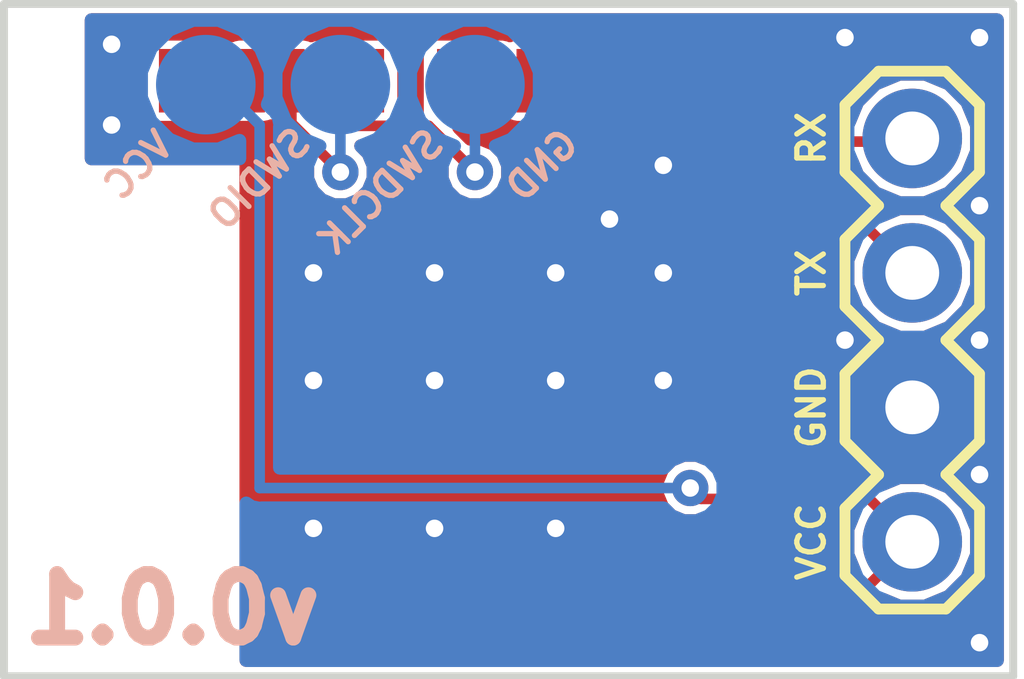
<source format=kicad_pcb>
(kicad_pcb (version 20171130) (host pcbnew "(5.0.1-3-g963ef8bb5)")

  (general
    (thickness 1.6002)
    (drawings 13)
    (tracks 47)
    (zones 0)
    (modules 7)
    (nets 37)
  )

  (page A4)
  (layers
    (0 F.Cu signal)
    (31 B.Cu signal)
    (36 B.SilkS user)
    (37 F.SilkS user)
    (38 B.Mask user)
    (39 F.Mask user)
    (44 Edge.Cuts user)
    (45 Margin user)
    (46 B.CrtYd user)
    (47 F.CrtYd user)
  )

  (setup
    (last_trace_width 0.2)
    (trace_clearance 0.1524)
    (zone_clearance 0.1)
    (zone_45_only no)
    (trace_min 0.2)
    (segment_width 0.2)
    (edge_width 0.15)
    (via_size 0.6858)
    (via_drill 0.3302)
    (via_min_size 0.508)
    (via_min_drill 0.254)
    (uvia_size 0.6858)
    (uvia_drill 0.3302)
    (uvias_allowed no)
    (uvia_min_size 0.2)
    (uvia_min_drill 0.1)
    (pcb_text_width 0.3)
    (pcb_text_size 1.5 1.5)
    (mod_edge_width 0.15)
    (mod_text_size 1 1)
    (mod_text_width 0.15)
    (pad_size 1.2 0.5)
    (pad_drill 0)
    (pad_to_mask_clearance 0.0508)
    (solder_mask_min_width 0.25)
    (aux_axis_origin 0 0)
    (visible_elements FFFFFF7F)
    (pcbplotparams
      (layerselection 0x010f0_ffffffff)
      (usegerberextensions false)
      (usegerberattributes false)
      (usegerberadvancedattributes false)
      (creategerberjobfile false)
      (excludeedgelayer true)
      (linewidth 0.100000)
      (plotframeref false)
      (viasonmask false)
      (mode 1)
      (useauxorigin false)
      (hpglpennumber 1)
      (hpglpenspeed 20)
      (hpglpendiameter 15.000000)
      (psnegative false)
      (psa4output false)
      (plotreference true)
      (plotvalue true)
      (plotinvisibletext false)
      (padsonsilk false)
      (subtractmaskfromsilk false)
      (outputformat 1)
      (mirror false)
      (drillshape 0)
      (scaleselection 1)
      (outputdirectory "./"))
  )

  (net 0 "")
  (net 1 GND)
  (net 2 /RX)
  (net 3 /TX)
  (net 4 VCC)
  (net 5 "Net-(SWDCLK1-PadP$1)")
  (net 6 "Net-(SWDIO1-PadP$1)")
  (net 7 "Net-(U1-Pad2)")
  (net 8 "Net-(U1-Pad3)")
  (net 9 "Net-(U1-Pad4)")
  (net 10 "Net-(U1-Pad7)")
  (net 11 "Net-(U1-Pad8)")
  (net 12 "Net-(U1-Pad9)")
  (net 13 "Net-(U1-Pad10)")
  (net 14 "Net-(U1-Pad11)")
  (net 15 "Net-(U1-Pad12)")
  (net 16 "Net-(U1-Pad13)")
  (net 17 "Net-(U1-Pad14)")
  (net 18 "Net-(U1-Pad15)")
  (net 19 "Net-(U1-Pad18)")
  (net 20 "Net-(U1-Pad20)")
  (net 21 "Net-(U1-Pad21)")
  (net 22 "Net-(U1-Pad22)")
  (net 23 "Net-(U1-Pad23)")
  (net 24 "Net-(U1-Pad24)")
  (net 25 "Net-(U1-Pad25)")
  (net 26 "Net-(U1-Pad28)")
  (net 27 "Net-(U1-Pad29)")
  (net 28 "Net-(U1-Pad30)")
  (net 29 "Net-(U1-Pad31)")
  (net 30 "Net-(U1-Pad32)")
  (net 31 "Net-(U1-Pad33)")
  (net 32 "Net-(U1-Pad34)")
  (net 33 "Net-(U1-Pad35)")
  (net 34 "Net-(U1-Pad36)")
  (net 35 "Net-(U1-Pad37)")
  (net 36 "Net-(U1-Pad38)")

  (net_class Default "This is the default net class."
    (clearance 0.1524)
    (trace_width 0.2)
    (via_dia 0.6858)
    (via_drill 0.3302)
    (uvia_dia 0.6858)
    (uvia_drill 0.3302)
    (add_net /RX)
    (add_net /TX)
    (add_net GND)
    (add_net "Net-(SWDCLK1-PadP$1)")
    (add_net "Net-(SWDIO1-PadP$1)")
    (add_net "Net-(U1-Pad10)")
    (add_net "Net-(U1-Pad11)")
    (add_net "Net-(U1-Pad12)")
    (add_net "Net-(U1-Pad13)")
    (add_net "Net-(U1-Pad14)")
    (add_net "Net-(U1-Pad15)")
    (add_net "Net-(U1-Pad18)")
    (add_net "Net-(U1-Pad2)")
    (add_net "Net-(U1-Pad20)")
    (add_net "Net-(U1-Pad21)")
    (add_net "Net-(U1-Pad22)")
    (add_net "Net-(U1-Pad23)")
    (add_net "Net-(U1-Pad24)")
    (add_net "Net-(U1-Pad25)")
    (add_net "Net-(U1-Pad28)")
    (add_net "Net-(U1-Pad29)")
    (add_net "Net-(U1-Pad3)")
    (add_net "Net-(U1-Pad30)")
    (add_net "Net-(U1-Pad31)")
    (add_net "Net-(U1-Pad32)")
    (add_net "Net-(U1-Pad33)")
    (add_net "Net-(U1-Pad34)")
    (add_net "Net-(U1-Pad35)")
    (add_net "Net-(U1-Pad36)")
    (add_net "Net-(U1-Pad37)")
    (add_net "Net-(U1-Pad38)")
    (add_net "Net-(U1-Pad4)")
    (add_net "Net-(U1-Pad7)")
    (add_net "Net-(U1-Pad8)")
    (add_net "Net-(U1-Pad9)")
    (add_net VCC)
  )

  (module deps:0402_mod (layer F.Cu) (tedit 5C6B2581) (tstamp 5C6B4435)
    (at 118.1862 75.438 180)
    (descr "GENERIC 1005 (0402) PACKAGE")
    (tags "GENERIC 1005 (0402) PACKAGE")
    (path /5C6B209A)
    (attr smd)
    (fp_text reference C1 (at -1.778 -0.508 180) (layer F.SilkS) hide
      (effects (font (size 0.6096 0.6096) (thickness 0.127)))
    )
    (fp_text value 0.1UF-0402-16V-10% (at 0 1.27 180) (layer F.SilkS) hide
      (effects (font (size 0.6096 0.6096) (thickness 0.127)))
    )
    (fp_line (start -0.55372 0.3048) (end -0.254 0.3048) (layer Dwgs.User) (width 0.06604))
    (fp_line (start -0.254 0.3048) (end -0.254 -0.3048) (layer Dwgs.User) (width 0.06604))
    (fp_line (start -0.55372 -0.3048) (end -0.254 -0.3048) (layer Dwgs.User) (width 0.06604))
    (fp_line (start -0.55372 0.3048) (end -0.55372 -0.3048) (layer Dwgs.User) (width 0.06604))
    (fp_line (start 0.25654 0.3048) (end 0.5588 0.3048) (layer Dwgs.User) (width 0.06604))
    (fp_line (start 0.5588 0.3048) (end 0.5588 -0.3048) (layer Dwgs.User) (width 0.06604))
    (fp_line (start 0.25654 -0.3048) (end 0.5588 -0.3048) (layer Dwgs.User) (width 0.06604))
    (fp_line (start 0.25654 0.3048) (end 0.25654 -0.3048) (layer Dwgs.User) (width 0.06604))
    (pad 1 smd rect (at -0.57912 0 180) (size 0.84836 0.89916) (layers F.Cu F.Paste F.Mask)
      (net 4 VCC) (solder_mask_margin 0.1016))
    (pad 2 smd rect (at 0.57912 0 180) (size 0.84836 0.89916) (layers F.Cu F.Paste F.Mask)
      (net 1 GND) (solder_mask_margin 0.1016))
  )

  (module deps:Laird_BL652_remove_unused (layer F.Cu) (tedit 5C6B1798) (tstamp 5C66DA13)
    (at 111.145001 69.85)
    (descr "Bluetooth v4.2 + NFC module")
    (tags "Bluetooth BLE NFC")
    (path /5C65B55E)
    (clearance 0.1)
    (zone_connect 1)
    (attr smd)
    (fp_text reference "" (at 0 -0.635) (layer F.SilkS)
      (effects (font (size 1 1) (thickness 0.15)))
    )
    (fp_text value "" (at 0 0.324999) (layer F.SilkS)
      (effects (font (size 1 1) (thickness 0.15)))
    )
    (fp_line (start 7 -6) (end 7 6) (layer F.CrtYd) (width 0.05))
    (fp_line (start -8.25 -6) (end 7 -6) (layer F.CrtYd) (width 0.05))
    (fp_line (start -8.25 6) (end -8.25 -6) (layer F.CrtYd) (width 0.05))
    (fp_line (start 7 6) (end -8.25 6) (layer F.CrtYd) (width 0.05))
    (pad 39 smd rect (at -2.85 4.9 90) (size 1.2 0.5) (layers F.Cu F.Paste F.Mask)
      (net 1 GND) (zone_connect 1))
    (pad 38 smd rect (at -2.1 4.9 90) (size 1.2 0.5) (layers F.Cu F.Paste F.Mask)
      (net 36 "Net-(U1-Pad38)") (zone_connect 1))
    (pad 37 smd rect (at -1.35 4.9 90) (size 1.2 0.5) (layers F.Cu F.Paste F.Mask)
      (net 35 "Net-(U1-Pad37)") (zone_connect 1))
    (pad 36 smd rect (at -0.6 4.9 90) (size 1.2 0.5) (layers F.Cu F.Paste F.Mask)
      (net 34 "Net-(U1-Pad36)") (zone_connect 1))
    (pad 35 smd rect (at 0.15 4.9 90) (size 1.2 0.5) (layers F.Cu F.Paste F.Mask)
      (net 33 "Net-(U1-Pad35)") (zone_connect 1))
    (pad 34 smd rect (at 0.9 4.9 90) (size 1.2 0.5) (layers F.Cu F.Paste F.Mask)
      (net 32 "Net-(U1-Pad34)") (zone_connect 1))
    (pad 33 smd rect (at 1.65 4.9 90) (size 1.2 0.5) (layers F.Cu F.Paste F.Mask)
      (net 31 "Net-(U1-Pad33)") (zone_connect 1))
    (pad 32 smd rect (at 2.4 4.9 90) (size 1.2 0.5) (layers F.Cu F.Paste F.Mask)
      (net 30 "Net-(U1-Pad32)") (zone_connect 1))
    (pad 31 smd rect (at 3.15 4.9 90) (size 1.2 0.5) (layers F.Cu F.Paste F.Mask)
      (net 29 "Net-(U1-Pad31)") (zone_connect 1))
    (pad 30 smd rect (at 3.9 4.9 90) (size 1.2 0.5) (layers F.Cu F.Paste F.Mask)
      (net 28 "Net-(U1-Pad30)") (zone_connect 1))
    (pad 29 smd rect (at 4.65 4.9 90) (size 1.2 0.5) (layers F.Cu F.Paste F.Mask)
      (net 27 "Net-(U1-Pad29)") (zone_connect 1))
    (pad 28 smd rect (at 5.4 4.9 90) (size 1.2 0.5) (layers F.Cu F.Paste F.Mask)
      (net 26 "Net-(U1-Pad28)") (zone_connect 1))
    (pad 27 smd rect (at 5.85 3.75) (size 1.2 0.5) (layers F.Cu F.Paste F.Mask)
      (net 1 GND) (zone_connect 1))
    (pad 26 smd rect (at 5.85 3) (size 1.2 0.5) (layers F.Cu F.Paste F.Mask)
      (net 4 VCC) (zone_connect 1))
    (pad 25 smd rect (at 5.85 2.25) (size 1.2 0.5) (layers F.Cu F.Paste F.Mask)
      (net 25 "Net-(U1-Pad25)") (zone_connect 1))
    (pad 24 smd rect (at 5.85 1.5) (size 1.2 0.5) (layers F.Cu F.Paste F.Mask)
      (net 24 "Net-(U1-Pad24)") (zone_connect 1))
    (pad 23 smd rect (at 5.85 0.75) (size 1.2 0.5) (layers F.Cu F.Paste F.Mask)
      (net 23 "Net-(U1-Pad23)") (zone_connect 1))
    (pad 22 smd rect (at 5.85 0) (size 1.2 0.5) (layers F.Cu F.Paste F.Mask)
      (net 22 "Net-(U1-Pad22)") (zone_connect 1))
    (pad 21 smd rect (at 5.85 -0.75) (size 1.2 0.5) (layers F.Cu F.Paste F.Mask)
      (net 21 "Net-(U1-Pad21)") (zone_connect 1))
    (pad 20 smd rect (at 5.85 -1.5) (size 1.2 0.5) (layers F.Cu F.Paste F.Mask)
      (net 20 "Net-(U1-Pad20)") (zone_connect 1))
    (pad 19 smd rect (at 5.85 -2.25) (size 1.2 0.5) (layers F.Cu F.Paste F.Mask)
      (net 3 /TX) (zone_connect 1))
    (pad 18 smd rect (at 5.85 -3) (size 1.2 0.5) (layers F.Cu F.Paste F.Mask)
      (net 19 "Net-(U1-Pad18)") (zone_connect 1))
    (pad 17 smd rect (at 5.85 -3.75) (size 1.2 0.5) (layers F.Cu F.Paste F.Mask)
      (net 2 /RX) (zone_connect 1))
    (pad 16 smd rect (at 5.4 -4.9 90) (size 1.2 0.5) (layers F.Cu F.Paste F.Mask)
      (net 1 GND) (zone_connect 1))
    (pad 15 smd rect (at 4.65 -4.9 90) (size 1.2 0.5) (layers F.Cu F.Paste F.Mask)
      (net 18 "Net-(U1-Pad15)") (zone_connect 1))
    (pad 14 smd rect (at 3.9 -4.9 90) (size 1.2 0.5) (layers F.Cu F.Paste F.Mask)
      (net 17 "Net-(U1-Pad14)") (zone_connect 1))
    (pad 13 smd rect (at 3.15 -4.9 90) (size 1.2 0.5) (layers F.Cu F.Paste F.Mask)
      (net 16 "Net-(U1-Pad13)") (zone_connect 1))
    (pad 12 smd rect (at 2.4 -4.9 90) (size 1.2 0.5) (layers F.Cu F.Paste F.Mask)
      (net 15 "Net-(U1-Pad12)") (zone_connect 1))
    (pad 11 smd rect (at 1.65 -4.9 90) (size 1.2 0.5) (layers F.Cu F.Paste F.Mask)
      (net 14 "Net-(U1-Pad11)") (zone_connect 1))
    (pad 10 smd rect (at 0.9 -4.9 90) (size 1.2 0.5) (layers F.Cu F.Paste F.Mask)
      (net 13 "Net-(U1-Pad10)") (zone_connect 1))
    (pad 9 smd rect (at 0.15 -4.9 90) (size 1.2 0.5) (layers F.Cu F.Paste F.Mask)
      (net 12 "Net-(U1-Pad9)") (zone_connect 1))
    (pad 8 smd rect (at -0.6 -4.9 90) (size 1.2 0.5) (layers F.Cu F.Paste F.Mask)
      (net 11 "Net-(U1-Pad8)") (zone_connect 1))
    (pad 7 smd rect (at -1.35 -4.9 90) (size 1.2 0.5) (layers F.Cu F.Paste F.Mask)
      (net 10 "Net-(U1-Pad7)") (zone_connect 1))
    (pad 6 smd rect (at -2.1 -4.9 90) (size 1.2 0.5) (layers F.Cu F.Paste F.Mask)
      (net 5 "Net-(SWDCLK1-PadP$1)") (zone_connect 1))
    (pad 5 smd rect (at -2.85 -4.9 90) (size 1.2 0.5) (layers F.Cu F.Paste F.Mask)
      (net 6 "Net-(SWDIO1-PadP$1)") (zone_connect 1))
    (pad 4 smd rect (at -3.6 -4.9 90) (size 1.2 0.5) (layers F.Cu F.Paste F.Mask)
      (net 9 "Net-(U1-Pad4)") (zone_connect 1))
    (pad 3 smd rect (at -4.35 -4.9 90) (size 1.2 0.5) (layers F.Cu F.Paste F.Mask)
      (net 8 "Net-(U1-Pad3)") (zone_connect 1))
    (pad 2 smd rect (at -5.1 -4.9 90) (size 1.2 0.5) (layers F.Cu F.Paste F.Mask)
      (net 7 "Net-(U1-Pad2)") (zone_connect 1))
    (pad 1 smd rect (at -5.85 -4.9 90) (size 1.2 0.5) (layers F.Cu F.Paste F.Mask)
      (net 1 GND) (zone_connect 1))
    (model ${KISYS3DMOD}/RF_Module.3dshapes/Laird_BL652.wrl
      (at (xyz 0 0 0))
      (scale (xyz 1 1 1))
      (rotate (xyz 0 0 0))
    )
  )

  (module Connectors:1X04 (layer F.Cu) (tedit 5C66BD9E) (tstamp 5C66D33A)
    (at 120.015 66.04 270)
    (descr "PLATED THROUGH HOLE - 4 PIN")
    (tags "PLATED THROUGH HOLE - 4 PIN")
    (path /5C65D49D)
    (attr virtual)
    (fp_text reference "" (at 0 -1.905 270) (layer F.SilkS)
      (effects (font (size 0.6096 0.6096) (thickness 0.127)))
    )
    (fp_text value "" (at 0 1.905 270) (layer F.SilkS)
      (effects (font (size 0.6096 0.6096) (thickness 0.127)))
    )
    (fp_line (start 8.89 -0.635) (end 8.89 0.635) (layer F.SilkS) (width 0.2032))
    (fp_line (start 0.635 1.27) (end -0.635 1.27) (layer F.SilkS) (width 0.2032))
    (fp_line (start -1.27 0.635) (end -0.635 1.27) (layer F.SilkS) (width 0.2032))
    (fp_line (start -0.635 -1.27) (end -1.27 -0.635) (layer F.SilkS) (width 0.2032))
    (fp_line (start -1.27 -0.635) (end -1.27 0.635) (layer F.SilkS) (width 0.2032))
    (fp_line (start 1.905 1.27) (end 1.27 0.635) (layer F.SilkS) (width 0.2032))
    (fp_line (start 3.175 1.27) (end 1.905 1.27) (layer F.SilkS) (width 0.2032))
    (fp_line (start 3.81 0.635) (end 3.175 1.27) (layer F.SilkS) (width 0.2032))
    (fp_line (start 3.175 -1.27) (end 3.81 -0.635) (layer F.SilkS) (width 0.2032))
    (fp_line (start 1.905 -1.27) (end 3.175 -1.27) (layer F.SilkS) (width 0.2032))
    (fp_line (start 1.27 -0.635) (end 1.905 -1.27) (layer F.SilkS) (width 0.2032))
    (fp_line (start 1.27 0.635) (end 0.635 1.27) (layer F.SilkS) (width 0.2032))
    (fp_line (start 0.635 -1.27) (end 1.27 -0.635) (layer F.SilkS) (width 0.2032))
    (fp_line (start -0.635 -1.27) (end 0.635 -1.27) (layer F.SilkS) (width 0.2032))
    (fp_line (start 8.255 1.27) (end 6.985 1.27) (layer F.SilkS) (width 0.2032))
    (fp_line (start 6.35 0.635) (end 6.985 1.27) (layer F.SilkS) (width 0.2032))
    (fp_line (start 6.985 -1.27) (end 6.35 -0.635) (layer F.SilkS) (width 0.2032))
    (fp_line (start 4.445 1.27) (end 3.81 0.635) (layer F.SilkS) (width 0.2032))
    (fp_line (start 5.715 1.27) (end 4.445 1.27) (layer F.SilkS) (width 0.2032))
    (fp_line (start 6.35 0.635) (end 5.715 1.27) (layer F.SilkS) (width 0.2032))
    (fp_line (start 5.715 -1.27) (end 6.35 -0.635) (layer F.SilkS) (width 0.2032))
    (fp_line (start 4.445 -1.27) (end 5.715 -1.27) (layer F.SilkS) (width 0.2032))
    (fp_line (start 3.81 -0.635) (end 4.445 -1.27) (layer F.SilkS) (width 0.2032))
    (fp_line (start 8.89 0.635) (end 8.255 1.27) (layer F.SilkS) (width 0.2032))
    (fp_line (start 8.255 -1.27) (end 8.89 -0.635) (layer F.SilkS) (width 0.2032))
    (fp_line (start 6.985 -1.27) (end 8.255 -1.27) (layer F.SilkS) (width 0.2032))
    (pad 4 thru_hole circle (at 7.62 0 270) (size 1.8796 1.8796) (drill 1.016) (layers *.Cu *.Mask)
      (net 4 VCC) (solder_mask_margin 0.1016))
    (pad 3 thru_hole circle (at 5.08 0 270) (size 1.8796 1.8796) (drill 1.016) (layers *.Cu *.Mask)
      (net 1 GND) (solder_mask_margin 0.1016))
    (pad 2 thru_hole circle (at 2.54 0 270) (size 1.8796 1.8796) (drill 1.016) (layers *.Cu *.Mask)
      (net 3 /TX) (solder_mask_margin 0.1016))
    (pad 1 thru_hole circle (at 0 0 270) (size 1.8796 1.8796) (drill 1.016) (layers *.Cu *.Mask)
      (net 2 /RX) (solder_mask_margin 0.1016))
  )

  (module Connectors:PAD.03X.05 (layer B.Cu) (tedit 5C66D73A) (tstamp 5C66DE23)
    (at 106.68 65.024)
    (descr "ELECTRICALLY CONDUCTIVE PAD 0.05\" CIRCLE")
    (tags "ELECTRICALLY CONDUCTIVE PAD 0.05\" CIRCLE")
    (path /5C65F511)
    (attr smd)
    (fp_text reference VCC1 (at 0 1.27) (layer B.SilkS) hide
      (effects (font (size 0.6096 0.6096) (thickness 0.127)) (justify mirror))
    )
    (fp_text value TEST-POINT3 (at 0 -1.27) (layer B.SilkS) hide
      (effects (font (size 0.6096 0.6096) (thickness 0.127)) (justify mirror))
    )
    (pad P$1 smd circle (at 0 0) (size 1.88 1.88) (layers B.Cu B.Paste B.Mask)
      (net 4 VCC) (solder_mask_margin 0.1016))
  )

  (module Connectors:PAD.03X.05 (layer B.Cu) (tedit 5C66BDD0) (tstamp 5C66D380)
    (at 114.3 65.024 180)
    (descr "ELECTRICALLY CONDUCTIVE PAD 0.05\" CIRCLE")
    (tags "ELECTRICALLY CONDUCTIVE PAD 0.05\" CIRCLE")
    (path /5C65F07A)
    (attr smd)
    (fp_text reference GND1 (at 0 1.27 180) (layer B.SilkS) hide
      (effects (font (size 0.6096 0.6096) (thickness 0.127)) (justify mirror))
    )
    (fp_text value TEST-POINT3 (at 0 -1.27 180) (layer B.SilkS) hide
      (effects (font (size 0.6096 0.6096) (thickness 0.127)) (justify mirror))
    )
    (pad P$1 smd circle (at 0 0 180) (size 1.88 1.88) (layers B.Cu B.Paste B.Mask)
      (net 1 GND) (solder_mask_margin 0.1016))
  )

  (module Connectors:PAD.03X.05 (layer B.Cu) (tedit 5C66BDB7) (tstamp 5C66D305)
    (at 111.76 65.024)
    (descr "ELECTRICALLY CONDUCTIVE PAD 0.05\" CIRCLE")
    (tags "ELECTRICALLY CONDUCTIVE PAD 0.05\" CIRCLE")
    (path /5C65CA5C)
    (attr smd)
    (fp_text reference SWDCLK1 (at 0 1.27) (layer B.SilkS) hide
      (effects (font (size 0.6096 0.6096) (thickness 0.127)) (justify mirror))
    )
    (fp_text value TEST-POINT3 (at 0 -1.27) (layer B.SilkS) hide
      (effects (font (size 0.6096 0.6096) (thickness 0.127)) (justify mirror))
    )
    (pad P$1 smd circle (at 0 0) (size 1.88 1.88) (layers B.Cu B.Paste B.Mask)
      (net 5 "Net-(SWDCLK1-PadP$1)") (solder_mask_margin 0.1016))
  )

  (module Connectors:PAD.03X.05 (layer B.Cu) (tedit 5C66BDC1) (tstamp 5C66D311)
    (at 109.22 65.024 180)
    (descr "ELECTRICALLY CONDUCTIVE PAD 0.05\" CIRCLE")
    (tags "ELECTRICALLY CONDUCTIVE PAD 0.05\" CIRCLE")
    (path /5C65CAD9)
    (attr smd)
    (fp_text reference SWDIO1 (at 0 1.27 180) (layer B.SilkS) hide
      (effects (font (size 0.6096 0.6096) (thickness 0.127)) (justify mirror))
    )
    (fp_text value TEST-POINT3 (at 0 -1.27 180) (layer B.SilkS) hide
      (effects (font (size 0.6096 0.6096) (thickness 0.127)) (justify mirror))
    )
    (pad P$1 smd circle (at 0 0 180) (size 1.88 1.88) (layers B.Cu B.Paste B.Mask)
      (net 6 "Net-(SWDIO1-PadP$1)") (solder_mask_margin 0.1016))
  )

  (gr_text "GND\n" (at 113.03 66.548 45) (layer B.SilkS) (tstamp 5C6B37E8)
    (effects (font (size 0.5 0.5) (thickness 0.1)) (justify mirror))
  )
  (gr_line (start 102.87 76.2) (end 102.87 63.5) (layer Edge.Cuts) (width 0.15))
  (gr_line (start 121.92 76.2) (end 102.87 76.2) (layer Edge.Cuts) (width 0.15))
  (gr_line (start 121.92 63.5) (end 121.92 76.2) (layer Edge.Cuts) (width 0.15))
  (gr_line (start 102.87 63.5) (end 121.92 63.5) (layer Edge.Cuts) (width 0.15))
  (gr_text VCC (at 118.11 73.66 90) (layer F.SilkS) (tstamp 5C69CF00)
    (effects (font (size 0.5 0.5) (thickness 0.1)))
  )
  (gr_text GND (at 118.11 71.12 90) (layer F.SilkS) (tstamp 5C69CF00)
    (effects (font (size 0.5 0.5) (thickness 0.1)))
  )
  (gr_text TX (at 118.11 68.58 90) (layer F.SilkS) (tstamp 5C69CF00)
    (effects (font (size 0.5 0.5) (thickness 0.1)))
  )
  (gr_text RX (at 118.11 66.04 90) (layer F.SilkS)
    (effects (font (size 0.5 0.5) (thickness 0.1)))
  )
  (gr_text SWDCLK (at 109.982 67.056 45) (layer B.SilkS) (tstamp 5C697AA4)
    (effects (font (size 0.5 0.5) (thickness 0.1)) (justify mirror))
  )
  (gr_text SWDIO (at 107.696 66.802 45) (layer B.SilkS) (tstamp 5C697AA4)
    (effects (font (size 0.5 0.5) (thickness 0.1)) (justify mirror))
  )
  (gr_text "VCC\n" (at 105.41 66.548 45) (layer B.SilkS)
    (effects (font (size 0.5 0.5) (thickness 0.1)) (justify mirror))
  )
  (gr_text v0.0.1 (at 106.045 74.93) (layer B.SilkS)
    (effects (font (size 1.2 1.2) (thickness 0.3)) (justify mirror))
  )

  (via (at 104.902 64.262) (size 0.6858) (drill 0.3302) (layers F.Cu B.Cu) (net 1))
  (via (at 104.902 65.786) (size 0.6858) (drill 0.3302) (layers F.Cu B.Cu) (net 1))
  (via (at 121.285 75.565) (size 0.6858) (drill 0.3302) (layers F.Cu B.Cu) (net 1))
  (via (at 121.285 64.135) (size 0.6858) (drill 0.3302) (layers F.Cu B.Cu) (net 1))
  (via (at 121.285 67.31) (size 0.6858) (drill 0.3302) (layers F.Cu B.Cu) (net 1))
  (via (at 118.745 69.85) (size 0.6858) (drill 0.3302) (layers F.Cu B.Cu) (net 1))
  (via (at 121.285 69.85) (size 0.6858) (drill 0.3302) (layers F.Cu B.Cu) (net 1))
  (via (at 121.285 72.39) (size 0.6858) (drill 0.3302) (layers F.Cu B.Cu) (net 1))
  (via (at 118.745 64.135) (size 0.6858) (drill 0.3302) (layers F.Cu B.Cu) (net 1))
  (via (at 115.316 66.548) (size 0.6858) (drill 0.3302) (layers F.Cu B.Cu) (net 1))
  (via (at 114.3 67.564) (size 0.6858) (drill 0.3302) (layers F.Cu B.Cu) (net 1))
  (via (at 115.316 68.58) (size 0.6858) (drill 0.3302) (layers F.Cu B.Cu) (net 1))
  (via (at 113.284 68.58) (size 0.6858) (drill 0.3302) (layers F.Cu B.Cu) (net 1))
  (via (at 110.998 68.58) (size 0.6858) (drill 0.3302) (layers F.Cu B.Cu) (net 1))
  (via (at 108.712 68.58) (size 0.6858) (drill 0.3302) (layers F.Cu B.Cu) (net 1))
  (via (at 108.712 70.612) (size 0.6858) (drill 0.3302) (layers F.Cu B.Cu) (net 1))
  (via (at 110.998 70.612) (size 0.6858) (drill 0.3302) (layers F.Cu B.Cu) (net 1))
  (via (at 113.284 70.612) (size 0.6858) (drill 0.3302) (layers F.Cu B.Cu) (net 1))
  (via (at 115.316 70.612) (size 0.6858) (drill 0.3302) (layers F.Cu B.Cu) (net 1))
  (via (at 108.712 73.406) (size 0.6858) (drill 0.3302) (layers F.Cu B.Cu) (net 1))
  (via (at 110.998 73.406) (size 0.6858) (drill 0.3302) (layers F.Cu B.Cu) (net 1))
  (via (at 113.284 73.406) (size 0.6858) (drill 0.3302) (layers F.Cu B.Cu) (net 1))
  (segment (start 119.955 66.1) (end 120.015 66.04) (width 0.2) (layer F.Cu) (net 2))
  (segment (start 116.995001 66.1) (end 119.955 66.1) (width 0.2) (layer F.Cu) (net 2))
  (segment (start 119.035 67.6) (end 120.015 68.58) (width 0.2) (layer F.Cu) (net 3))
  (segment (start 116.995001 67.6) (end 119.035 67.6) (width 0.2) (layer F.Cu) (net 3))
  (via (at 115.824 72.644) (size 0.6858) (drill 0.3302) (layers F.Cu B.Cu) (net 4))
  (segment (start 119.205 72.85) (end 120.015 73.66) (width 0.2) (layer F.Cu) (net 4))
  (segment (start 116.995001 72.85) (end 119.205 72.85) (width 0.2) (layer F.Cu) (net 4))
  (segment (start 116.03 72.85) (end 115.824 72.644) (width 0.2) (layer F.Cu) (net 4))
  (segment (start 116.995001 72.85) (end 116.03 72.85) (width 0.2) (layer F.Cu) (net 4))
  (segment (start 106.68 64.77) (end 107.696 65.786) (width 0.2) (layer B.Cu) (net 4))
  (segment (start 107.696 65.786) (end 107.696 72.644) (width 0.2) (layer B.Cu) (net 4))
  (segment (start 107.696 72.644) (end 115.824 72.644) (width 0.2) (layer B.Cu) (net 4))
  (segment (start 119.075201 74.599799) (end 120.015 73.66) (width 0.2) (layer F.Cu) (net 4))
  (segment (start 118.76532 74.90968) (end 119.075201 74.599799) (width 0.2) (layer F.Cu) (net 4))
  (segment (start 118.76532 75.438) (end 118.76532 74.90968) (width 0.2) (layer F.Cu) (net 4))
  (via (at 111.76 66.675) (size 0.6858) (drill 0.3302) (layers F.Cu B.Cu) (net 5))
  (segment (start 111.76 66.675) (end 111.76 64.77) (width 0.2) (layer B.Cu) (net 5))
  (segment (start 109.045001 65.75) (end 109.045001 64.95) (width 0.2) (layer F.Cu) (net 5))
  (segment (start 109.097402 65.802401) (end 109.045001 65.75) (width 0.2) (layer F.Cu) (net 5))
  (segment (start 110.887401 65.802401) (end 109.097402 65.802401) (width 0.2) (layer F.Cu) (net 5))
  (segment (start 111.76 66.675) (end 110.887401 65.802401) (width 0.2) (layer F.Cu) (net 5))
  (via (at 109.22 66.675) (size 0.6858) (drill 0.3302) (layers F.Cu B.Cu) (net 6))
  (segment (start 109.22 66.675) (end 109.22 64.77) (width 0.2) (layer B.Cu) (net 6))
  (segment (start 108.295001 65.75) (end 108.295001 64.95) (width 0.2) (layer F.Cu) (net 6))
  (segment (start 109.22 66.675) (end 108.295001 65.75) (width 0.2) (layer F.Cu) (net 6))

  (zone (net 1) (net_name GND) (layer F.Cu) (tstamp 5C6B2FB2) (hatch edge 0.508)
    (connect_pads yes (clearance 0.1))
    (min_thickness 0.254)
    (fill yes (arc_segments 16) (thermal_gap 0.2) (thermal_bridge_width 0.5))
    (polygon
      (pts
        (xy 104.394 63.5) (xy 104.394 66.548) (xy 107.315 66.548) (xy 107.315 76.2) (xy 121.92 76.2)
        (xy 121.92 63.5)
      )
    )
    (filled_polygon
      (pts
        (xy 121.618001 75.898) (xy 119.4723 75.898) (xy 119.474373 75.88758) (xy 119.474373 74.98842) (xy 119.452688 74.879404)
        (xy 119.404407 74.807145) (xy 119.461264 74.750288) (xy 119.772486 74.8792) (xy 120.257514 74.8792) (xy 120.705622 74.693588)
        (xy 121.048588 74.350622) (xy 121.2342 73.902514) (xy 121.2342 73.417486) (xy 121.048588 72.969378) (xy 120.705622 72.626412)
        (xy 120.257514 72.4408) (xy 119.772486 72.4408) (xy 119.465682 72.567882) (xy 119.353034 72.492614) (xy 119.242363 72.4706)
        (xy 119.242362 72.4706) (xy 119.205 72.463168) (xy 119.167638 72.4706) (xy 117.850449 72.4706) (xy 117.858189 72.459016)
        (xy 117.879874 72.35) (xy 117.879874 71.85) (xy 117.858189 71.740984) (xy 117.847509 71.725) (xy 117.858189 71.709016)
        (xy 117.879874 71.6) (xy 117.879874 71.1) (xy 117.858189 70.990984) (xy 117.847509 70.975) (xy 117.858189 70.959016)
        (xy 117.879874 70.85) (xy 117.879874 70.35) (xy 117.858189 70.240984) (xy 117.847509 70.225) (xy 117.858189 70.209016)
        (xy 117.879874 70.1) (xy 117.879874 69.6) (xy 117.858189 69.490984) (xy 117.847509 69.475) (xy 117.858189 69.459016)
        (xy 117.879874 69.35) (xy 117.879874 68.85) (xy 117.858189 68.740984) (xy 117.847509 68.725) (xy 117.858189 68.709016)
        (xy 117.879874 68.6) (xy 117.879874 68.1) (xy 117.858189 67.990984) (xy 117.850449 67.9794) (xy 118.877849 67.9794)
        (xy 118.924712 68.026263) (xy 118.7958 68.337486) (xy 118.7958 68.822514) (xy 118.981412 69.270622) (xy 119.324378 69.613588)
        (xy 119.772486 69.7992) (xy 120.257514 69.7992) (xy 120.705622 69.613588) (xy 121.048588 69.270622) (xy 121.2342 68.822514)
        (xy 121.2342 68.337486) (xy 121.048588 67.889378) (xy 120.705622 67.546412) (xy 120.257514 67.3608) (xy 119.772486 67.3608)
        (xy 119.461263 67.489712) (xy 119.329701 67.35815) (xy 119.308532 67.326468) (xy 119.183034 67.242614) (xy 119.072363 67.2206)
        (xy 119.072362 67.2206) (xy 119.035 67.213168) (xy 118.997638 67.2206) (xy 117.850449 67.2206) (xy 117.858189 67.209016)
        (xy 117.879874 67.1) (xy 117.879874 66.6) (xy 117.858189 66.490984) (xy 117.850449 66.4794) (xy 118.877353 66.4794)
        (xy 118.981412 66.730622) (xy 119.324378 67.073588) (xy 119.772486 67.2592) (xy 120.257514 67.2592) (xy 120.705622 67.073588)
        (xy 121.048588 66.730622) (xy 121.2342 66.282514) (xy 121.2342 65.797486) (xy 121.048588 65.349378) (xy 120.705622 65.006412)
        (xy 120.257514 64.8208) (xy 119.772486 64.8208) (xy 119.324378 65.006412) (xy 118.981412 65.349378) (xy 118.827647 65.7206)
        (xy 117.844569 65.7206) (xy 117.796437 65.648564) (xy 117.704017 65.586812) (xy 117.595001 65.565127) (xy 117.122001 65.565127)
        (xy 117.122001 65.15475) (xy 117.040251 65.073) (xy 116.668001 65.073) (xy 116.668001 65.093) (xy 116.422001 65.093)
        (xy 116.422001 65.073) (xy 116.402001 65.073) (xy 116.402001 64.827) (xy 116.422001 64.827) (xy 116.422001 64.10475)
        (xy 116.668001 64.10475) (xy 116.668001 64.827) (xy 117.040251 64.827) (xy 117.122001 64.74525) (xy 117.122001 64.284956)
        (xy 117.072218 64.16477) (xy 116.980232 64.072783) (xy 116.860046 64.023) (xy 116.749751 64.023) (xy 116.668001 64.10475)
        (xy 116.422001 64.10475) (xy 116.340251 64.023) (xy 116.229956 64.023) (xy 116.10977 64.072783) (xy 116.10541 64.077143)
        (xy 116.045001 64.065127) (xy 115.545001 64.065127) (xy 115.435985 64.086812) (xy 115.420001 64.097492) (xy 115.404017 64.086812)
        (xy 115.295001 64.065127) (xy 114.795001 64.065127) (xy 114.685985 64.086812) (xy 114.670001 64.097492) (xy 114.654017 64.086812)
        (xy 114.545001 64.065127) (xy 114.045001 64.065127) (xy 113.935985 64.086812) (xy 113.920001 64.097492) (xy 113.904017 64.086812)
        (xy 113.795001 64.065127) (xy 113.295001 64.065127) (xy 113.185985 64.086812) (xy 113.170001 64.097492) (xy 113.154017 64.086812)
        (xy 113.045001 64.065127) (xy 112.545001 64.065127) (xy 112.435985 64.086812) (xy 112.420001 64.097492) (xy 112.404017 64.086812)
        (xy 112.295001 64.065127) (xy 111.795001 64.065127) (xy 111.685985 64.086812) (xy 111.670001 64.097492) (xy 111.654017 64.086812)
        (xy 111.545001 64.065127) (xy 111.045001 64.065127) (xy 110.935985 64.086812) (xy 110.920001 64.097492) (xy 110.904017 64.086812)
        (xy 110.795001 64.065127) (xy 110.295001 64.065127) (xy 110.185985 64.086812) (xy 110.170001 64.097492) (xy 110.154017 64.086812)
        (xy 110.045001 64.065127) (xy 109.545001 64.065127) (xy 109.435985 64.086812) (xy 109.420001 64.097492) (xy 109.404017 64.086812)
        (xy 109.295001 64.065127) (xy 108.795001 64.065127) (xy 108.685985 64.086812) (xy 108.670001 64.097492) (xy 108.654017 64.086812)
        (xy 108.545001 64.065127) (xy 108.045001 64.065127) (xy 107.935985 64.086812) (xy 107.920001 64.097492) (xy 107.904017 64.086812)
        (xy 107.795001 64.065127) (xy 107.295001 64.065127) (xy 107.185985 64.086812) (xy 107.170001 64.097492) (xy 107.154017 64.086812)
        (xy 107.045001 64.065127) (xy 106.545001 64.065127) (xy 106.435985 64.086812) (xy 106.420001 64.097492) (xy 106.404017 64.086812)
        (xy 106.295001 64.065127) (xy 105.795001 64.065127) (xy 105.734592 64.077143) (xy 105.730232 64.072783) (xy 105.610046 64.023)
        (xy 105.499751 64.023) (xy 105.418001 64.10475) (xy 105.418001 64.827) (xy 105.438001 64.827) (xy 105.438001 65.073)
        (xy 105.418001 65.073) (xy 105.418001 65.79525) (xy 105.499751 65.877) (xy 105.610046 65.877) (xy 105.730232 65.827217)
        (xy 105.734592 65.822857) (xy 105.795001 65.834873) (xy 106.295001 65.834873) (xy 106.404017 65.813188) (xy 106.420001 65.802508)
        (xy 106.435985 65.813188) (xy 106.545001 65.834873) (xy 107.045001 65.834873) (xy 107.154017 65.813188) (xy 107.170001 65.802508)
        (xy 107.185985 65.813188) (xy 107.295001 65.834873) (xy 107.795001 65.834873) (xy 107.904017 65.813188) (xy 107.918776 65.803326)
        (xy 107.937615 65.898033) (xy 108.021469 66.023532) (xy 108.053148 66.044699) (xy 108.5977 66.589252) (xy 108.5977 66.798783)
        (xy 108.692439 67.027505) (xy 108.867495 67.202561) (xy 109.096217 67.2973) (xy 109.343783 67.2973) (xy 109.572505 67.202561)
        (xy 109.747561 67.027505) (xy 109.8423 66.798783) (xy 109.8423 66.551217) (xy 109.747561 66.322495) (xy 109.606867 66.181801)
        (xy 110.73025 66.181801) (xy 111.1377 66.589252) (xy 111.1377 66.798783) (xy 111.232439 67.027505) (xy 111.407495 67.202561)
        (xy 111.636217 67.2973) (xy 111.883783 67.2973) (xy 112.112505 67.202561) (xy 112.287561 67.027505) (xy 112.3823 66.798783)
        (xy 112.3823 66.551217) (xy 112.287561 66.322495) (xy 112.112505 66.147439) (xy 111.883783 66.0527) (xy 111.674252 66.0527)
        (xy 111.456424 65.834873) (xy 111.545001 65.834873) (xy 111.654017 65.813188) (xy 111.670001 65.802508) (xy 111.685985 65.813188)
        (xy 111.795001 65.834873) (xy 112.295001 65.834873) (xy 112.404017 65.813188) (xy 112.420001 65.802508) (xy 112.435985 65.813188)
        (xy 112.545001 65.834873) (xy 113.045001 65.834873) (xy 113.154017 65.813188) (xy 113.170001 65.802508) (xy 113.185985 65.813188)
        (xy 113.295001 65.834873) (xy 113.795001 65.834873) (xy 113.904017 65.813188) (xy 113.920001 65.802508) (xy 113.935985 65.813188)
        (xy 114.045001 65.834873) (xy 114.545001 65.834873) (xy 114.654017 65.813188) (xy 114.670001 65.802508) (xy 114.685985 65.813188)
        (xy 114.795001 65.834873) (xy 115.295001 65.834873) (xy 115.404017 65.813188) (xy 115.420001 65.802508) (xy 115.435985 65.813188)
        (xy 115.545001 65.834873) (xy 116.045001 65.834873) (xy 116.10541 65.822857) (xy 116.10977 65.827217) (xy 116.114288 65.829088)
        (xy 116.110128 65.85) (xy 116.110128 66.35) (xy 116.131813 66.459016) (xy 116.142493 66.475) (xy 116.131813 66.490984)
        (xy 116.110128 66.6) (xy 116.110128 67.1) (xy 116.131813 67.209016) (xy 116.142493 67.225) (xy 116.131813 67.240984)
        (xy 116.110128 67.35) (xy 116.110128 67.85) (xy 116.131813 67.959016) (xy 116.142493 67.975) (xy 116.131813 67.990984)
        (xy 116.110128 68.1) (xy 116.110128 68.6) (xy 116.131813 68.709016) (xy 116.142493 68.725) (xy 116.131813 68.740984)
        (xy 116.110128 68.85) (xy 116.110128 69.35) (xy 116.131813 69.459016) (xy 116.142493 69.475) (xy 116.131813 69.490984)
        (xy 116.110128 69.6) (xy 116.110128 70.1) (xy 116.131813 70.209016) (xy 116.142493 70.225) (xy 116.131813 70.240984)
        (xy 116.110128 70.35) (xy 116.110128 70.85) (xy 116.131813 70.959016) (xy 116.142493 70.975) (xy 116.131813 70.990984)
        (xy 116.110128 71.1) (xy 116.110128 71.6) (xy 116.131813 71.709016) (xy 116.142493 71.725) (xy 116.131813 71.740984)
        (xy 116.110128 71.85) (xy 116.110128 72.088945) (xy 115.947783 72.0217) (xy 115.700217 72.0217) (xy 115.471495 72.116439)
        (xy 115.296439 72.291495) (xy 115.2017 72.520217) (xy 115.2017 72.767783) (xy 115.296439 72.996505) (xy 115.471495 73.171561)
        (xy 115.700217 73.2663) (xy 115.947783 73.2663) (xy 116.022519 73.235344) (xy 116.03 73.236832) (xy 116.067362 73.2294)
        (xy 116.091013 73.2294) (xy 116.068001 73.284955) (xy 116.068001 73.39525) (xy 116.149751 73.477) (xy 116.872001 73.477)
        (xy 116.872001 73.457) (xy 117.118001 73.457) (xy 117.118001 73.477) (xy 117.840251 73.477) (xy 117.922001 73.39525)
        (xy 117.922001 73.284955) (xy 117.898989 73.2294) (xy 118.873708 73.2294) (xy 118.7958 73.417486) (xy 118.7958 73.902514)
        (xy 118.924712 74.213736) (xy 118.83335 74.305099) (xy 118.833344 74.305103) (xy 118.523467 74.614982) (xy 118.491789 74.636148)
        (xy 118.446755 74.703547) (xy 118.34114 74.703547) (xy 118.232124 74.725232) (xy 118.139704 74.786984) (xy 118.077952 74.879404)
        (xy 118.056267 74.98842) (xy 118.056267 75.88758) (xy 118.05834 75.898) (xy 107.442 75.898) (xy 107.442 74.95475)
        (xy 107.718001 74.95475) (xy 107.718001 75.415044) (xy 107.767784 75.53523) (xy 107.85977 75.627217) (xy 107.979956 75.677)
        (xy 108.090251 75.677) (xy 108.172001 75.59525) (xy 108.172001 74.873) (xy 107.799751 74.873) (xy 107.718001 74.95475)
        (xy 107.442 74.95475) (xy 107.442 74.084956) (xy 107.718001 74.084956) (xy 107.718001 74.54525) (xy 107.799751 74.627)
        (xy 108.172001 74.627) (xy 108.172001 73.90475) (xy 108.418001 73.90475) (xy 108.418001 74.627) (xy 108.438001 74.627)
        (xy 108.438001 74.873) (xy 108.418001 74.873) (xy 108.418001 75.59525) (xy 108.499751 75.677) (xy 108.610046 75.677)
        (xy 108.730232 75.627217) (xy 108.734592 75.622857) (xy 108.795001 75.634873) (xy 109.295001 75.634873) (xy 109.404017 75.613188)
        (xy 109.420001 75.602508) (xy 109.435985 75.613188) (xy 109.545001 75.634873) (xy 110.045001 75.634873) (xy 110.154017 75.613188)
        (xy 110.170001 75.602508) (xy 110.185985 75.613188) (xy 110.295001 75.634873) (xy 110.795001 75.634873) (xy 110.904017 75.613188)
        (xy 110.920001 75.602508) (xy 110.935985 75.613188) (xy 111.045001 75.634873) (xy 111.545001 75.634873) (xy 111.654017 75.613188)
        (xy 111.670001 75.602508) (xy 111.685985 75.613188) (xy 111.795001 75.634873) (xy 112.295001 75.634873) (xy 112.404017 75.613188)
        (xy 112.420001 75.602508) (xy 112.435985 75.613188) (xy 112.545001 75.634873) (xy 113.045001 75.634873) (xy 113.154017 75.613188)
        (xy 113.170001 75.602508) (xy 113.185985 75.613188) (xy 113.295001 75.634873) (xy 113.795001 75.634873) (xy 113.904017 75.613188)
        (xy 113.920001 75.602508) (xy 113.935985 75.613188) (xy 114.045001 75.634873) (xy 114.545001 75.634873) (xy 114.654017 75.613188)
        (xy 114.670001 75.602508) (xy 114.685985 75.613188) (xy 114.795001 75.634873) (xy 115.295001 75.634873) (xy 115.404017 75.613188)
        (xy 115.420001 75.602508) (xy 115.435985 75.613188) (xy 115.545001 75.634873) (xy 116.045001 75.634873) (xy 116.154017 75.613188)
        (xy 116.170001 75.602508) (xy 116.185985 75.613188) (xy 116.295001 75.634873) (xy 116.795001 75.634873) (xy 116.904017 75.613188)
        (xy 116.996437 75.551436) (xy 117.058189 75.459016) (xy 117.079874 75.35) (xy 117.079874 74.177) (xy 117.118003 74.177)
        (xy 117.118003 74.095252) (xy 117.199751 74.177) (xy 117.660045 74.177) (xy 117.780231 74.127217) (xy 117.872218 74.035231)
        (xy 117.922001 73.915045) (xy 117.922001 73.80475) (xy 117.840251 73.723) (xy 117.118001 73.723) (xy 117.118001 73.743)
        (xy 116.872001 73.743) (xy 116.872001 73.723) (xy 116.149751 73.723) (xy 116.068001 73.80475) (xy 116.068001 73.869702)
        (xy 116.045001 73.865127) (xy 115.545001 73.865127) (xy 115.435985 73.886812) (xy 115.420001 73.897492) (xy 115.404017 73.886812)
        (xy 115.295001 73.865127) (xy 114.795001 73.865127) (xy 114.685985 73.886812) (xy 114.670001 73.897492) (xy 114.654017 73.886812)
        (xy 114.545001 73.865127) (xy 114.045001 73.865127) (xy 113.935985 73.886812) (xy 113.920001 73.897492) (xy 113.904017 73.886812)
        (xy 113.795001 73.865127) (xy 113.295001 73.865127) (xy 113.185985 73.886812) (xy 113.170001 73.897492) (xy 113.154017 73.886812)
        (xy 113.045001 73.865127) (xy 112.545001 73.865127) (xy 112.435985 73.886812) (xy 112.420001 73.897492) (xy 112.404017 73.886812)
        (xy 112.295001 73.865127) (xy 111.795001 73.865127) (xy 111.685985 73.886812) (xy 111.670001 73.897492) (xy 111.654017 73.886812)
        (xy 111.545001 73.865127) (xy 111.045001 73.865127) (xy 110.935985 73.886812) (xy 110.920001 73.897492) (xy 110.904017 73.886812)
        (xy 110.795001 73.865127) (xy 110.295001 73.865127) (xy 110.185985 73.886812) (xy 110.170001 73.897492) (xy 110.154017 73.886812)
        (xy 110.045001 73.865127) (xy 109.545001 73.865127) (xy 109.435985 73.886812) (xy 109.420001 73.897492) (xy 109.404017 73.886812)
        (xy 109.295001 73.865127) (xy 108.795001 73.865127) (xy 108.734592 73.877143) (xy 108.730232 73.872783) (xy 108.610046 73.823)
        (xy 108.499751 73.823) (xy 108.418001 73.90475) (xy 108.172001 73.90475) (xy 108.090251 73.823) (xy 107.979956 73.823)
        (xy 107.85977 73.872783) (xy 107.767784 73.96477) (xy 107.718001 74.084956) (xy 107.442 74.084956) (xy 107.442 66.548)
        (xy 107.432333 66.499399) (xy 107.404803 66.458197) (xy 107.363601 66.430667) (xy 107.315 66.421) (xy 104.521 66.421)
        (xy 104.521 65.15475) (xy 104.718001 65.15475) (xy 104.718001 65.615044) (xy 104.767784 65.73523) (xy 104.85977 65.827217)
        (xy 104.979956 65.877) (xy 105.090251 65.877) (xy 105.172001 65.79525) (xy 105.172001 65.073) (xy 104.799751 65.073)
        (xy 104.718001 65.15475) (xy 104.521 65.15475) (xy 104.521 64.284956) (xy 104.718001 64.284956) (xy 104.718001 64.74525)
        (xy 104.799751 64.827) (xy 105.172001 64.827) (xy 105.172001 64.10475) (xy 105.090251 64.023) (xy 104.979956 64.023)
        (xy 104.85977 64.072783) (xy 104.767784 64.16477) (xy 104.718001 64.284956) (xy 104.521 64.284956) (xy 104.521 63.802)
        (xy 121.618 63.802)
      )
    )
  )
  (zone (net 1) (net_name GND) (layer B.Cu) (tstamp 5C6B2FAF) (hatch edge 0.508)
    (connect_pads yes (clearance 0.1))
    (min_thickness 0.254)
    (fill yes (arc_segments 16) (thermal_gap 0.2) (thermal_bridge_width 0.2))
    (polygon
      (pts
        (xy 107.315 76.2) (xy 121.92 76.2) (xy 121.92 63.5) (xy 113.3475 63.5) (xy 104.394 63.5)
        (xy 104.394 66.548) (xy 107.315 66.548)
      )
    )
    (filled_polygon
      (pts
        (xy 121.618001 75.898) (xy 107.442 75.898) (xy 107.442 73.417486) (xy 118.7958 73.417486) (xy 118.7958 73.902514)
        (xy 118.981412 74.350622) (xy 119.324378 74.693588) (xy 119.772486 74.8792) (xy 120.257514 74.8792) (xy 120.705622 74.693588)
        (xy 121.048588 74.350622) (xy 121.2342 73.902514) (xy 121.2342 73.417486) (xy 121.048588 72.969378) (xy 120.705622 72.626412)
        (xy 120.257514 72.4408) (xy 119.772486 72.4408) (xy 119.324378 72.626412) (xy 118.981412 72.969378) (xy 118.7958 73.417486)
        (xy 107.442 73.417486) (xy 107.442 72.930583) (xy 107.547966 73.001386) (xy 107.658637 73.0234) (xy 107.696 73.030832)
        (xy 107.733363 73.0234) (xy 115.323334 73.0234) (xy 115.471495 73.171561) (xy 115.700217 73.2663) (xy 115.947783 73.2663)
        (xy 116.176505 73.171561) (xy 116.351561 72.996505) (xy 116.4463 72.767783) (xy 116.4463 72.520217) (xy 116.351561 72.291495)
        (xy 116.176505 72.116439) (xy 115.947783 72.0217) (xy 115.700217 72.0217) (xy 115.471495 72.116439) (xy 115.323334 72.2646)
        (xy 108.0754 72.2646) (xy 108.0754 68.337486) (xy 118.7958 68.337486) (xy 118.7958 68.822514) (xy 118.981412 69.270622)
        (xy 119.324378 69.613588) (xy 119.772486 69.7992) (xy 120.257514 69.7992) (xy 120.705622 69.613588) (xy 121.048588 69.270622)
        (xy 121.2342 68.822514) (xy 121.2342 68.337486) (xy 121.048588 67.889378) (xy 120.705622 67.546412) (xy 120.257514 67.3608)
        (xy 119.772486 67.3608) (xy 119.324378 67.546412) (xy 118.981412 67.889378) (xy 118.7958 68.337486) (xy 108.0754 68.337486)
        (xy 108.0754 65.823362) (xy 108.082832 65.786) (xy 108.068656 65.714734) (xy 108.053386 65.637966) (xy 107.969532 65.512468)
        (xy 107.937853 65.491302) (xy 107.844836 65.398284) (xy 107.8994 65.266554) (xy 107.8994 64.781446) (xy 108.0006 64.781446)
        (xy 108.0006 65.266554) (xy 108.186243 65.714734) (xy 108.529266 66.057757) (xy 108.831844 66.18309) (xy 108.692439 66.322495)
        (xy 108.5977 66.551217) (xy 108.5977 66.798783) (xy 108.692439 67.027505) (xy 108.867495 67.202561) (xy 109.096217 67.2973)
        (xy 109.343783 67.2973) (xy 109.572505 67.202561) (xy 109.747561 67.027505) (xy 109.8423 66.798783) (xy 109.8423 66.551217)
        (xy 109.747561 66.322495) (xy 109.608156 66.18309) (xy 109.910734 66.057757) (xy 110.253757 65.714734) (xy 110.4394 65.266554)
        (xy 110.4394 64.781446) (xy 110.5406 64.781446) (xy 110.5406 65.266554) (xy 110.726243 65.714734) (xy 111.069266 66.057757)
        (xy 111.371844 66.18309) (xy 111.232439 66.322495) (xy 111.1377 66.551217) (xy 111.1377 66.798783) (xy 111.232439 67.027505)
        (xy 111.407495 67.202561) (xy 111.636217 67.2973) (xy 111.883783 67.2973) (xy 112.112505 67.202561) (xy 112.287561 67.027505)
        (xy 112.3823 66.798783) (xy 112.3823 66.551217) (xy 112.287561 66.322495) (xy 112.148156 66.18309) (xy 112.450734 66.057757)
        (xy 112.711005 65.797486) (xy 118.7958 65.797486) (xy 118.7958 66.282514) (xy 118.981412 66.730622) (xy 119.324378 67.073588)
        (xy 119.772486 67.2592) (xy 120.257514 67.2592) (xy 120.705622 67.073588) (xy 121.048588 66.730622) (xy 121.2342 66.282514)
        (xy 121.2342 65.797486) (xy 121.048588 65.349378) (xy 120.705622 65.006412) (xy 120.257514 64.8208) (xy 119.772486 64.8208)
        (xy 119.324378 65.006412) (xy 118.981412 65.349378) (xy 118.7958 65.797486) (xy 112.711005 65.797486) (xy 112.793757 65.714734)
        (xy 112.9794 65.266554) (xy 112.9794 64.781446) (xy 112.793757 64.333266) (xy 112.450734 63.990243) (xy 112.002554 63.8046)
        (xy 111.517446 63.8046) (xy 111.069266 63.990243) (xy 110.726243 64.333266) (xy 110.5406 64.781446) (xy 110.4394 64.781446)
        (xy 110.253757 64.333266) (xy 109.910734 63.990243) (xy 109.462554 63.8046) (xy 108.977446 63.8046) (xy 108.529266 63.990243)
        (xy 108.186243 64.333266) (xy 108.0006 64.781446) (xy 107.8994 64.781446) (xy 107.713757 64.333266) (xy 107.370734 63.990243)
        (xy 106.922554 63.8046) (xy 106.437446 63.8046) (xy 105.989266 63.990243) (xy 105.646243 64.333266) (xy 105.4606 64.781446)
        (xy 105.4606 65.266554) (xy 105.646243 65.714734) (xy 105.989266 66.057757) (xy 106.437446 66.2434) (xy 106.922554 66.2434)
        (xy 107.3166 66.08018) (xy 107.3166 66.421318) (xy 107.315 66.421) (xy 104.521 66.421) (xy 104.521 63.802)
        (xy 121.618 63.802)
      )
    )
  )
  (zone (net 0) (net_name "") (layers F&B.Cu) (tstamp 0) (hatch edge 0.508)
    (connect_pads (clearance 0.508))
    (min_thickness 0.254)
    (keepout (tracks not_allowed) (vias not_allowed) (copperpour not_allowed))
    (fill (arc_segments 16) (thermal_gap 0.508) (thermal_bridge_width 0.508))
    (polygon
      (pts
        (xy 102.87 66.548) (xy 107.315 66.548) (xy 107.315 76.2) (xy 102.87 76.2)
      )
    )
  )
)

</source>
